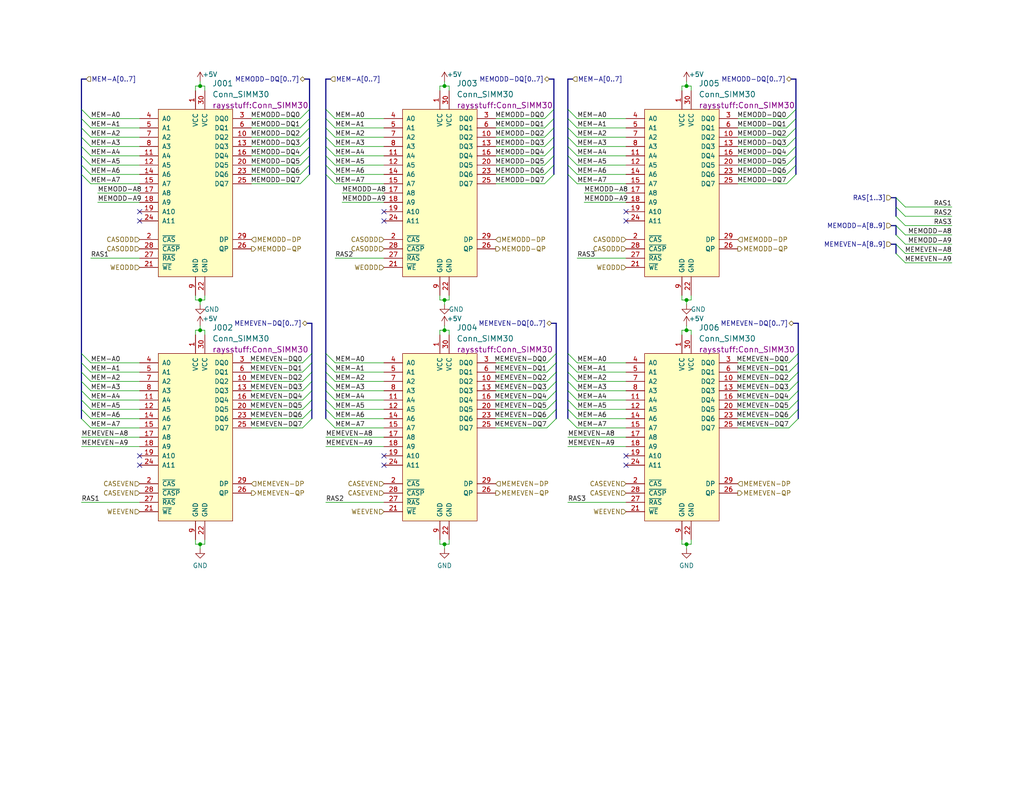
<source format=kicad_sch>
(kicad_sch (version 20211123) (generator eeschema)
  (paper "USLetter")
  (title_block (date "2022-09-01"))
  (lib_symbols
    (symbol "Skiselev:Conn_SIMM30" (pin_names (offset 1.016))
      (property "Reference" "J" (at -10.16 26.67 0))
      (property "Value" "Conn_SIMM30" (at -10.16 24.13 0))
      (symbol "Conn_SIMM30_0_1"
        (rectangle (start -10.16 22.86) (end 10.16 -22.86) (fill (type background)))
      )
      (symbol "Conn_SIMM30_1_1"
        (pin power_in line (at 0 27.94 270) (length 5.08) (name "VCC") (number "1"))
        (pin tri_state line (at 15.24 15.24 180) (length 5.08) (name "DQ2") (number "10"))
        (pin input line (at -15.24 10.16 0) (length 5.08) (name "A4") (number "11"))
        (pin input line (at -15.24 7.62 0) (length 5.08) (name "A5") (number "12"))
        (pin tri_state line (at 15.24 12.7 180) (length 5.08) (name "DQ3") (number "13"))
        (pin input line (at -15.24 5.08 0) (length 5.08) (name "A6") (number "14"))
        (pin input line (at -15.24 2.54 0) (length 5.08) (name "A7") (number "15"))
        (pin tri_state line (at 15.24 10.16 180) (length 5.08) (name "DQ4") (number "16"))
        (pin input line (at -15.24 0 0) (length 5.08) (name "A8") (number "17"))
        (pin input line (at -15.24 -2.54 0) (length 5.08) (name "A9") (number "18"))
        (pin input line (at -15.24 -5.08 0) (length 5.08) (name "A10") (number "19"))
        (pin input line (at -15.24 -12.7 0) (length 5.08) (name "~{CAS}") (number "2"))
        (pin tri_state line (at 15.24 7.62 180) (length 5.08) (name "DQ5") (number "20"))
        (pin input line (at -15.24 -20.32 0) (length 5.08) (name "~{WE}") (number "21"))
        (pin power_in line (at 2.54 -27.94 90) (length 5.08) (name "GND") (number "22"))
        (pin tri_state line (at 15.24 5.08 180) (length 5.08) (name "DQ6") (number "23"))
        (pin input line (at -15.24 -7.62 0) (length 5.08) (name "A11") (number "24"))
        (pin tri_state line (at 15.24 2.54 180) (length 5.08) (name "DQ7") (number "25"))
        (pin tri_state line (at 15.24 -15.24 180) (length 5.08) (name "QP") (number "26"))
        (pin input line (at -15.24 -17.78 0) (length 5.08) (name "~{RAS}") (number "27"))
        (pin input line (at -15.24 -15.24 0) (length 5.08) (name "~{CASP}") (number "28"))
        (pin input line (at 15.24 -12.7 180) (length 5.08) (name "DP") (number "29"))
        (pin tri_state line (at 15.24 20.32 180) (length 5.08) (name "DQ0") (number "3"))
        (pin power_in line (at 2.54 27.94 270) (length 5.08) (name "VCC") (number "30"))
        (pin input line (at -15.24 20.32 0) (length 5.08) (name "A0") (number "4"))
        (pin input line (at -15.24 17.78 0) (length 5.08) (name "A1") (number "5"))
        (pin tri_state line (at 15.24 17.78 180) (length 5.08) (name "DQ1") (number "6"))
        (pin input line (at -15.24 15.24 0) (length 5.08) (name "A2") (number "7"))
        (pin input line (at -15.24 12.7 0) (length 5.08) (name "A3") (number "8"))
        (pin power_in line (at 0 -27.94 90) (length 5.08) (name "GND") (number "9"))
      )
    )
    (symbol "power:+5V" (power) (pin_names (offset 0))
      (property "Value" "+5V" (at 0 3.556 0))
      (symbol "+5V_0_1"
        (polyline (pts (xy -0.762 1.27) (xy 0 2.54)))
        (polyline (pts (xy 0 0) (xy 0 2.54)))
        (polyline (pts (xy 0 2.54) (xy 0.762 1.27)))
      )
      (symbol "+5V_1_1"
        (pin power_in line (at 0 0 90) (length 0) hide (name "+5V") (number "1"))
      )
    )
    (symbol "power:GND" (power) (pin_names (offset 0))
      (property "Value" "GND" (at 0 -3.81 0))
      (symbol "GND_0_1"
        (polyline (pts (xy 0 0) (xy 0 -1.27) (xy 1.27 -1.27) (xy 0 -2.54) (xy -1.27 -1.27) (xy 0 -1.27)))
      )
      (symbol "GND_1_1"
        (pin power_in line (at 0 0 270) (length 0) hide (name "GND") (number "1"))
      )
    )
  )
  (junction (at 54.61 90.17))
  (junction (at 121.285 23.495))
  (junction (at 187.325 148.59))
  (junction (at 121.285 81.915))
  (junction (at 187.325 23.495))
  (junction (at 54.61 148.59))
  (junction (at 121.285 148.59))
  (junction (at 54.61 81.915))
  (junction (at 187.325 90.17))
  (junction (at 121.285 90.17))
  (junction (at 187.325 81.915))
  (junction (at 54.61 23.495))
  (no_connect (at 104.775 124.46))
  (no_connect (at 170.815 57.785))
  (no_connect (at 170.815 60.325))
  (no_connect (at 104.775 127))
  (no_connect (at 38.1 60.325))
  (no_connect (at 104.775 57.785))
  (no_connect (at 38.1 124.46))
  (no_connect (at 38.1 57.785))
  (no_connect (at 38.1 127))
  (no_connect (at 104.775 60.325))
  (no_connect (at 170.815 127))
  (no_connect (at 170.815 124.46))
  (bus_entry (at 244.475 66.675) (size 2.54 2.54))
  (bus_entry (at 217.17 34.925) (size -2.54 2.54))
  (bus_entry (at 151.765 109.22) (size -2.54 2.54))
  (bus_entry (at 22.225 45.085) (size 2.54 2.54))
  (bus_entry (at 22.225 99.06) (size 2.54 2.54))
  (bus_entry (at 85.09 111.76) (size -2.54 2.54))
  (bus_entry (at 154.94 34.925) (size 2.54 2.54))
  (bus_entry (at 85.09 109.22) (size -2.54 2.54))
  (bus_entry (at 22.225 37.465) (size 2.54 2.54))
  (bus_entry (at 22.225 34.925) (size 2.54 2.54))
  (bus_entry (at 88.9 109.22) (size 2.54 2.54))
  (bus_entry (at 217.17 40.005) (size -2.54 2.54))
  (bus_entry (at 151.765 96.52) (size -2.54 2.54))
  (bus_entry (at 244.475 69.215) (size 2.54 2.54))
  (bus_entry (at 217.805 101.6) (size -2.54 2.54))
  (bus_entry (at 217.805 111.76) (size -2.54 2.54))
  (bus_entry (at 88.9 29.845) (size 2.54 2.54))
  (bus_entry (at 151.765 114.3) (size -2.54 2.54))
  (bus_entry (at 154.94 42.545) (size 2.54 2.54))
  (bus_entry (at 88.9 45.085) (size 2.54 2.54))
  (bus_entry (at 244.475 59.055) (size 2.54 2.54))
  (bus_entry (at 85.09 106.68) (size -2.54 2.54))
  (bus_entry (at 154.94 40.005) (size 2.54 2.54))
  (bus_entry (at 151.13 34.925) (size -2.54 2.54))
  (bus_entry (at 22.225 40.005) (size 2.54 2.54))
  (bus_entry (at 154.94 114.3) (size 2.54 2.54))
  (bus_entry (at 88.9 111.76) (size 2.54 2.54))
  (bus_entry (at 88.9 104.14) (size 2.54 2.54))
  (bus_entry (at 84.455 45.085) (size -2.54 2.54))
  (bus_entry (at 88.9 101.6) (size 2.54 2.54))
  (bus_entry (at 22.225 101.6) (size 2.54 2.54))
  (bus_entry (at 85.09 114.3) (size -2.54 2.54))
  (bus_entry (at 151.765 111.76) (size -2.54 2.54))
  (bus_entry (at 217.805 106.68) (size -2.54 2.54))
  (bus_entry (at 154.94 111.76) (size 2.54 2.54))
  (bus_entry (at 85.09 96.52) (size -2.54 2.54))
  (bus_entry (at 84.455 42.545) (size -2.54 2.54))
  (bus_entry (at 22.225 96.52) (size 2.54 2.54))
  (bus_entry (at 244.475 64.135) (size 2.54 2.54))
  (bus_entry (at 217.17 47.625) (size -2.54 2.54))
  (bus_entry (at 151.765 101.6) (size -2.54 2.54))
  (bus_entry (at 154.94 106.68) (size 2.54 2.54))
  (bus_entry (at 88.9 32.385) (size 2.54 2.54))
  (bus_entry (at 88.9 42.545) (size 2.54 2.54))
  (bus_entry (at 22.225 109.22) (size 2.54 2.54))
  (bus_entry (at 151.13 42.545) (size -2.54 2.54))
  (bus_entry (at 154.94 45.085) (size 2.54 2.54))
  (bus_entry (at 84.455 47.625) (size -2.54 2.54))
  (bus_entry (at 84.455 29.845) (size -2.54 2.54))
  (bus_entry (at 22.225 104.14) (size 2.54 2.54))
  (bus_entry (at 154.94 29.845) (size 2.54 2.54))
  (bus_entry (at 85.09 101.6) (size -2.54 2.54))
  (bus_entry (at 22.225 111.76) (size 2.54 2.54))
  (bus_entry (at 217.17 29.845) (size -2.54 2.54))
  (bus_entry (at 88.9 40.005) (size 2.54 2.54))
  (bus_entry (at 84.455 32.385) (size -2.54 2.54))
  (bus_entry (at 84.455 34.925) (size -2.54 2.54))
  (bus_entry (at 88.9 106.68) (size 2.54 2.54))
  (bus_entry (at 151.13 47.625) (size -2.54 2.54))
  (bus_entry (at 154.94 99.06) (size 2.54 2.54))
  (bus_entry (at 244.475 61.595) (size 2.54 2.54))
  (bus_entry (at 88.9 47.625) (size 2.54 2.54))
  (bus_entry (at 22.225 42.545) (size 2.54 2.54))
  (bus_entry (at 85.09 104.14) (size -2.54 2.54))
  (bus_entry (at 151.13 40.005) (size -2.54 2.54))
  (bus_entry (at 154.94 37.465) (size 2.54 2.54))
  (bus_entry (at 244.475 53.975) (size 2.54 2.54))
  (bus_entry (at 151.765 104.14) (size -2.54 2.54))
  (bus_entry (at 151.13 32.385) (size -2.54 2.54))
  (bus_entry (at 217.805 104.14) (size -2.54 2.54))
  (bus_entry (at 22.225 106.68) (size 2.54 2.54))
  (bus_entry (at 22.225 114.3) (size 2.54 2.54))
  (bus_entry (at 154.94 96.52) (size 2.54 2.54))
  (bus_entry (at 22.225 29.845) (size 2.54 2.54))
  (bus_entry (at 88.9 96.52) (size 2.54 2.54))
  (bus_entry (at 154.94 109.22) (size 2.54 2.54))
  (bus_entry (at 151.13 37.465) (size -2.54 2.54))
  (bus_entry (at 85.09 99.06) (size -2.54 2.54))
  (bus_entry (at 88.9 34.925) (size 2.54 2.54))
  (bus_entry (at 84.455 40.005) (size -2.54 2.54))
  (bus_entry (at 217.805 96.52) (size -2.54 2.54))
  (bus_entry (at 154.94 47.625) (size 2.54 2.54))
  (bus_entry (at 244.475 56.515) (size 2.54 2.54))
  (bus_entry (at 151.13 29.845) (size -2.54 2.54))
  (bus_entry (at 217.17 45.085) (size -2.54 2.54))
  (bus_entry (at 154.94 101.6) (size 2.54 2.54))
  (bus_entry (at 154.94 32.385) (size 2.54 2.54))
  (bus_entry (at 22.225 32.385) (size 2.54 2.54))
  (bus_entry (at 217.17 37.465) (size -2.54 2.54))
  (bus_entry (at 217.17 32.385) (size -2.54 2.54))
  (bus_entry (at 88.9 99.06) (size 2.54 2.54))
  (bus_entry (at 217.805 114.3) (size -2.54 2.54))
  (bus_entry (at 217.805 109.22) (size -2.54 2.54))
  (bus_entry (at 151.765 106.68) (size -2.54 2.54))
  (bus_entry (at 84.455 37.465) (size -2.54 2.54))
  (bus_entry (at 154.94 104.14) (size 2.54 2.54))
  (bus_entry (at 88.9 37.465) (size 2.54 2.54))
  (bus_entry (at 22.225 47.625) (size 2.54 2.54))
  (bus_entry (at 88.9 114.3) (size 2.54 2.54))
  (bus_entry (at 151.13 45.085) (size -2.54 2.54))
  (bus_entry (at 217.17 42.545) (size -2.54 2.54))
  (bus_entry (at 217.805 99.06) (size -2.54 2.54))
  (bus_entry (at 151.765 99.06) (size -2.54 2.54))
  (bus (pts (xy 151.765 111.76) (xy 151.765 114.3)))
  (wire (pts (xy 201.295 109.22) (xy 215.265 109.22)))
  (bus (pts (xy 88.9 21.59) (xy 88.9 29.845)))
  (bus (pts (xy 22.225 37.465) (xy 22.225 40.005)))
  (bus (pts (xy 151.13 42.545) (xy 151.13 45.085)))
  (wire (pts (xy 201.295 116.84) (xy 215.265 116.84)))
  (wire (pts (xy 122.555 24.765) (xy 122.555 23.495)))
  (bus (pts (xy 217.805 88.265) (xy 217.805 96.52)))
  (wire (pts (xy 54.61 149.86) (xy 54.61 148.59)))
  (wire (pts (xy 154.94 137.16) (xy 170.815 137.16)))
  (bus (pts (xy 22.225 47.625) (xy 22.225 96.52)))
  (bus (pts (xy 154.94 104.14) (xy 154.94 106.68)))
  (wire (pts (xy 68.58 42.545) (xy 81.915 42.545)))
  (wire (pts (xy 157.48 37.465) (xy 170.815 37.465)))
  (wire (pts (xy 26.67 52.705) (xy 38.1 52.705)))
  (bus (pts (xy 154.94 21.59) (xy 154.94 29.845)))
  (bus (pts (xy 244.475 53.975) (xy 244.475 56.515)))
  (wire (pts (xy 201.295 32.385) (xy 214.63 32.385)))
  (wire (pts (xy 55.88 81.915) (xy 55.88 80.645)))
  (bus (pts (xy 150.495 88.265) (xy 151.765 88.265)))
  (bus (pts (xy 217.805 106.68) (xy 217.805 109.22)))
  (wire (pts (xy 24.765 114.3) (xy 38.1 114.3)))
  (bus (pts (xy 217.17 37.465) (xy 217.17 40.005)))
  (wire (pts (xy 188.595 148.59) (xy 188.595 147.32)))
  (wire (pts (xy 135.255 50.165) (xy 148.59 50.165)))
  (wire (pts (xy 120.015 81.915) (xy 121.285 81.915)))
  (wire (pts (xy 157.48 114.3) (xy 170.815 114.3)))
  (bus (pts (xy 215.9 21.59) (xy 217.17 21.59)))
  (wire (pts (xy 54.61 23.495) (xy 53.34 23.495)))
  (wire (pts (xy 53.34 147.32) (xy 53.34 148.59)))
  (wire (pts (xy 91.44 47.625) (xy 104.775 47.625)))
  (wire (pts (xy 157.48 34.925) (xy 170.815 34.925)))
  (bus (pts (xy 88.9 29.845) (xy 88.9 32.385)))
  (bus (pts (xy 216.535 88.265) (xy 217.805 88.265)))
  (wire (pts (xy 201.295 34.925) (xy 214.63 34.925)))
  (wire (pts (xy 24.765 99.06) (xy 38.1 99.06)))
  (wire (pts (xy 91.44 116.84) (xy 104.775 116.84)))
  (bus (pts (xy 151.765 101.6) (xy 151.765 104.14)))
  (wire (pts (xy 201.295 114.3) (xy 215.265 114.3)))
  (bus (pts (xy 85.09 101.6) (xy 85.09 104.14)))
  (wire (pts (xy 188.595 91.44) (xy 188.595 90.17)))
  (wire (pts (xy 135.255 37.465) (xy 148.59 37.465)))
  (bus (pts (xy 151.765 106.68) (xy 151.765 109.22)))
  (wire (pts (xy 157.48 70.485) (xy 170.815 70.485)))
  (bus (pts (xy 156.21 21.59) (xy 154.94 21.59)))
  (wire (pts (xy 68.58 37.465) (xy 81.915 37.465)))
  (wire (pts (xy 157.48 40.005) (xy 170.815 40.005)))
  (wire (pts (xy 157.48 99.06) (xy 170.815 99.06)))
  (wire (pts (xy 157.48 111.76) (xy 170.815 111.76)))
  (wire (pts (xy 135.255 34.925) (xy 148.59 34.925)))
  (wire (pts (xy 53.34 23.495) (xy 53.34 24.765)))
  (wire (pts (xy 186.055 23.495) (xy 186.055 24.765)))
  (bus (pts (xy 88.9 47.625) (xy 88.9 96.52)))
  (wire (pts (xy 159.385 55.245) (xy 170.815 55.245)))
  (bus (pts (xy 88.9 99.06) (xy 88.9 101.6)))
  (wire (pts (xy 91.44 45.085) (xy 104.775 45.085)))
  (bus (pts (xy 23.495 21.59) (xy 22.225 21.59)))
  (wire (pts (xy 68.58 40.005) (xy 81.915 40.005)))
  (wire (pts (xy 187.325 83.185) (xy 187.325 81.915)))
  (wire (pts (xy 201.295 50.165) (xy 214.63 50.165)))
  (wire (pts (xy 68.58 45.085) (xy 81.915 45.085)))
  (wire (pts (xy 120.015 148.59) (xy 121.285 148.59)))
  (wire (pts (xy 22.225 137.16) (xy 38.1 137.16)))
  (wire (pts (xy 24.765 70.485) (xy 38.1 70.485)))
  (bus (pts (xy 154.94 111.76) (xy 154.94 114.3)))
  (wire (pts (xy 68.58 32.385) (xy 81.915 32.385)))
  (bus (pts (xy 154.94 40.005) (xy 154.94 42.545)))
  (bus (pts (xy 84.455 34.925) (xy 84.455 37.465)))
  (wire (pts (xy 186.055 81.915) (xy 187.325 81.915)))
  (wire (pts (xy 247.015 66.675) (xy 259.715 66.675)))
  (bus (pts (xy 243.205 53.975) (xy 244.475 53.975)))
  (wire (pts (xy 24.765 101.6) (xy 38.1 101.6)))
  (wire (pts (xy 187.325 148.59) (xy 188.595 148.59)))
  (bus (pts (xy 90.17 21.59) (xy 88.9 21.59)))
  (bus (pts (xy 217.17 42.545) (xy 217.17 45.085)))
  (wire (pts (xy 201.295 101.6) (xy 215.265 101.6)))
  (wire (pts (xy 247.015 59.055) (xy 259.715 59.055)))
  (wire (pts (xy 91.44 50.165) (xy 104.775 50.165)))
  (wire (pts (xy 24.765 34.925) (xy 38.1 34.925)))
  (wire (pts (xy 91.44 111.76) (xy 104.775 111.76)))
  (wire (pts (xy 68.58 47.625) (xy 81.915 47.625)))
  (wire (pts (xy 68.58 114.3) (xy 82.55 114.3)))
  (wire (pts (xy 187.325 88.9) (xy 187.325 90.17)))
  (bus (pts (xy 88.9 101.6) (xy 88.9 104.14)))
  (bus (pts (xy 84.455 45.085) (xy 84.455 47.625)))
  (wire (pts (xy 120.015 147.32) (xy 120.015 148.59)))
  (bus (pts (xy 154.94 106.68) (xy 154.94 109.22)))
  (bus (pts (xy 22.225 42.545) (xy 22.225 45.085)))
  (wire (pts (xy 187.325 23.495) (xy 186.055 23.495)))
  (wire (pts (xy 121.285 83.185) (xy 121.285 81.915)))
  (bus (pts (xy 244.475 66.675) (xy 244.475 69.215)))
  (wire (pts (xy 201.295 47.625) (xy 214.63 47.625)))
  (bus (pts (xy 151.765 96.52) (xy 151.765 99.06)))
  (wire (pts (xy 201.295 42.545) (xy 214.63 42.545)))
  (wire (pts (xy 55.88 23.495) (xy 54.61 23.495)))
  (wire (pts (xy 54.61 83.185) (xy 54.61 81.915)))
  (bus (pts (xy 217.17 34.925) (xy 217.17 37.465)))
  (wire (pts (xy 91.44 40.005) (xy 104.775 40.005)))
  (bus (pts (xy 85.09 104.14) (xy 85.09 106.68)))
  (bus (pts (xy 88.9 34.925) (xy 88.9 37.465)))
  (wire (pts (xy 24.765 109.22) (xy 38.1 109.22)))
  (bus (pts (xy 22.225 104.14) (xy 22.225 106.68)))
  (wire (pts (xy 188.595 24.765) (xy 188.595 23.495)))
  (wire (pts (xy 24.765 42.545) (xy 38.1 42.545)))
  (bus (pts (xy 154.94 32.385) (xy 154.94 34.925)))
  (wire (pts (xy 24.765 45.085) (xy 38.1 45.085)))
  (bus (pts (xy 154.94 99.06) (xy 154.94 101.6)))
  (wire (pts (xy 91.44 104.14) (xy 104.775 104.14)))
  (bus (pts (xy 88.9 45.085) (xy 88.9 47.625)))
  (wire (pts (xy 157.48 47.625) (xy 170.815 47.625)))
  (wire (pts (xy 201.295 111.76) (xy 215.265 111.76)))
  (wire (pts (xy 120.015 80.645) (xy 120.015 81.915)))
  (bus (pts (xy 85.09 88.265) (xy 85.09 96.52)))
  (bus (pts (xy 88.9 40.005) (xy 88.9 42.545)))
  (wire (pts (xy 135.255 40.005) (xy 148.59 40.005)))
  (wire (pts (xy 54.61 90.17) (xy 53.34 90.17)))
  (wire (pts (xy 53.34 80.645) (xy 53.34 81.915)))
  (wire (pts (xy 93.345 55.245) (xy 104.775 55.245)))
  (bus (pts (xy 154.94 96.52) (xy 154.94 99.06)))
  (wire (pts (xy 121.285 23.495) (xy 120.015 23.495)))
  (wire (pts (xy 121.285 22.225) (xy 121.285 23.495)))
  (wire (pts (xy 121.285 88.9) (xy 121.285 90.17)))
  (bus (pts (xy 244.475 61.595) (xy 244.475 64.135)))
  (wire (pts (xy 135.255 45.085) (xy 148.59 45.085)))
  (wire (pts (xy 54.61 148.59) (xy 55.88 148.59)))
  (wire (pts (xy 55.88 148.59) (xy 55.88 147.32)))
  (bus (pts (xy 217.805 101.6) (xy 217.805 104.14)))
  (wire (pts (xy 187.325 90.17) (xy 186.055 90.17)))
  (wire (pts (xy 121.285 81.915) (xy 122.555 81.915)))
  (wire (pts (xy 68.58 111.76) (xy 82.55 111.76)))
  (wire (pts (xy 24.765 50.165) (xy 38.1 50.165)))
  (bus (pts (xy 149.86 21.59) (xy 151.13 21.59)))
  (wire (pts (xy 122.555 81.915) (xy 122.555 80.645)))
  (wire (pts (xy 68.58 116.84) (xy 82.55 116.84)))
  (wire (pts (xy 247.015 64.135) (xy 259.715 64.135)))
  (wire (pts (xy 122.555 90.17) (xy 121.285 90.17)))
  (wire (pts (xy 186.055 90.17) (xy 186.055 91.44)))
  (bus (pts (xy 83.82 88.265) (xy 85.09 88.265)))
  (wire (pts (xy 135.255 109.22) (xy 149.225 109.22)))
  (wire (pts (xy 188.595 81.915) (xy 188.595 80.645)))
  (wire (pts (xy 91.44 99.06) (xy 104.775 99.06)))
  (wire (pts (xy 91.44 114.3) (xy 104.775 114.3)))
  (bus (pts (xy 151.765 104.14) (xy 151.765 106.68)))
  (wire (pts (xy 24.765 116.84) (xy 38.1 116.84)))
  (wire (pts (xy 121.285 149.86) (xy 121.285 148.59)))
  (bus (pts (xy 244.475 56.515) (xy 244.475 59.055)))
  (bus (pts (xy 217.17 45.085) (xy 217.17 47.625)))
  (bus (pts (xy 22.225 106.68) (xy 22.225 109.22)))
  (wire (pts (xy 54.61 88.9) (xy 54.61 90.17)))
  (wire (pts (xy 68.58 50.165) (xy 81.915 50.165)))
  (wire (pts (xy 157.48 32.385) (xy 170.815 32.385)))
  (wire (pts (xy 154.94 121.92) (xy 170.815 121.92)))
  (wire (pts (xy 24.765 47.625) (xy 38.1 47.625)))
  (bus (pts (xy 84.455 29.845) (xy 84.455 32.385)))
  (wire (pts (xy 135.255 114.3) (xy 149.225 114.3)))
  (bus (pts (xy 217.17 21.59) (xy 217.17 29.845)))
  (bus (pts (xy 243.205 66.675) (xy 244.475 66.675)))
  (bus (pts (xy 88.9 111.76) (xy 88.9 114.3)))
  (wire (pts (xy 157.48 101.6) (xy 170.815 101.6)))
  (wire (pts (xy 24.765 37.465) (xy 38.1 37.465)))
  (wire (pts (xy 122.555 91.44) (xy 122.555 90.17)))
  (bus (pts (xy 217.17 29.845) (xy 217.17 32.385)))
  (wire (pts (xy 24.765 106.68) (xy 38.1 106.68)))
  (bus (pts (xy 22.225 96.52) (xy 22.225 99.06)))
  (wire (pts (xy 88.9 119.38) (xy 104.775 119.38)))
  (bus (pts (xy 154.94 29.845) (xy 154.94 32.385)))
  (wire (pts (xy 88.9 121.92) (xy 104.775 121.92)))
  (bus (pts (xy 151.13 37.465) (xy 151.13 40.005)))
  (bus (pts (xy 151.13 32.385) (xy 151.13 34.925)))
  (wire (pts (xy 201.295 106.68) (xy 215.265 106.68)))
  (wire (pts (xy 157.48 109.22) (xy 170.815 109.22)))
  (wire (pts (xy 157.48 104.14) (xy 170.815 104.14)))
  (bus (pts (xy 84.455 32.385) (xy 84.455 34.925)))
  (wire (pts (xy 247.015 71.755) (xy 259.715 71.755)))
  (bus (pts (xy 217.805 109.22) (xy 217.805 111.76)))
  (wire (pts (xy 135.255 106.68) (xy 149.225 106.68)))
  (bus (pts (xy 22.225 111.76) (xy 22.225 114.3)))
  (bus (pts (xy 151.13 29.845) (xy 151.13 32.385)))
  (bus (pts (xy 22.225 34.925) (xy 22.225 37.465)))
  (bus (pts (xy 154.94 37.465) (xy 154.94 40.005)))
  (bus (pts (xy 85.09 111.76) (xy 85.09 114.3)))
  (wire (pts (xy 24.765 40.005) (xy 38.1 40.005)))
  (wire (pts (xy 157.48 116.84) (xy 170.815 116.84)))
  (bus (pts (xy 22.225 32.385) (xy 22.225 34.925)))
  (wire (pts (xy 91.44 101.6) (xy 104.775 101.6)))
  (wire (pts (xy 186.055 80.645) (xy 186.055 81.915)))
  (wire (pts (xy 24.765 104.14) (xy 38.1 104.14)))
  (wire (pts (xy 135.255 99.06) (xy 149.225 99.06)))
  (bus (pts (xy 217.17 40.005) (xy 217.17 42.545)))
  (bus (pts (xy 88.9 96.52) (xy 88.9 99.06)))
  (wire (pts (xy 187.325 149.86) (xy 187.325 148.59)))
  (wire (pts (xy 247.015 69.215) (xy 259.715 69.215)))
  (bus (pts (xy 22.225 29.845) (xy 22.225 32.385)))
  (wire (pts (xy 122.555 23.495) (xy 121.285 23.495)))
  (bus (pts (xy 85.09 106.68) (xy 85.09 109.22)))
  (bus (pts (xy 83.185 21.59) (xy 84.455 21.59)))
  (wire (pts (xy 93.345 52.705) (xy 104.775 52.705)))
  (wire (pts (xy 55.88 90.17) (xy 54.61 90.17)))
  (wire (pts (xy 201.295 37.465) (xy 214.63 37.465)))
  (bus (pts (xy 151.765 88.265) (xy 151.765 96.52)))
  (wire (pts (xy 122.555 148.59) (xy 122.555 147.32)))
  (wire (pts (xy 201.295 99.06) (xy 215.265 99.06)))
  (bus (pts (xy 22.225 101.6) (xy 22.225 104.14)))
  (bus (pts (xy 217.805 99.06) (xy 217.805 101.6)))
  (bus (pts (xy 154.94 42.545) (xy 154.94 45.085)))
  (bus (pts (xy 22.225 45.085) (xy 22.225 47.625)))
  (bus (pts (xy 88.9 42.545) (xy 88.9 45.085)))
  (bus (pts (xy 151.13 34.925) (xy 151.13 37.465)))
  (wire (pts (xy 26.67 55.245) (xy 38.1 55.245)))
  (bus (pts (xy 154.94 34.925) (xy 154.94 37.465)))
  (wire (pts (xy 201.295 104.14) (xy 215.265 104.14)))
  (bus (pts (xy 22.225 99.06) (xy 22.225 101.6)))
  (wire (pts (xy 54.61 81.915) (xy 55.88 81.915)))
  (wire (pts (xy 91.44 106.68) (xy 104.775 106.68)))
  (bus (pts (xy 243.205 61.595) (xy 244.475 61.595)))
  (wire (pts (xy 68.58 106.68) (xy 82.55 106.68)))
  (wire (pts (xy 135.255 111.76) (xy 149.225 111.76)))
  (wire (pts (xy 91.44 32.385) (xy 104.775 32.385)))
  (wire (pts (xy 135.255 32.385) (xy 148.59 32.385)))
  (bus (pts (xy 88.9 104.14) (xy 88.9 106.68)))
  (wire (pts (xy 120.015 90.17) (xy 120.015 91.44)))
  (wire (pts (xy 135.255 42.545) (xy 148.59 42.545)))
  (wire (pts (xy 24.765 32.385) (xy 38.1 32.385)))
  (wire (pts (xy 88.9 137.16) (xy 104.775 137.16)))
  (wire (pts (xy 22.225 121.92) (xy 38.1 121.92)))
  (wire (pts (xy 135.255 47.625) (xy 148.59 47.625)))
  (wire (pts (xy 157.48 45.085) (xy 170.815 45.085)))
  (wire (pts (xy 188.595 90.17) (xy 187.325 90.17)))
  (bus (pts (xy 85.09 99.06) (xy 85.09 101.6)))
  (wire (pts (xy 201.295 45.085) (xy 214.63 45.085)))
  (wire (pts (xy 55.88 91.44) (xy 55.88 90.17)))
  (wire (pts (xy 24.765 111.76) (xy 38.1 111.76)))
  (wire (pts (xy 54.61 22.225) (xy 54.61 23.495)))
  (wire (pts (xy 91.44 109.22) (xy 104.775 109.22)))
  (wire (pts (xy 188.595 23.495) (xy 187.325 23.495)))
  (bus (pts (xy 84.455 21.59) (xy 84.455 29.845)))
  (wire (pts (xy 157.48 106.68) (xy 170.815 106.68)))
  (wire (pts (xy 247.015 61.595) (xy 259.715 61.595)))
  (bus (pts (xy 154.94 101.6) (xy 154.94 104.14)))
  (wire (pts (xy 187.325 22.225) (xy 187.325 23.495)))
  (wire (pts (xy 186.055 147.32) (xy 186.055 148.59)))
  (wire (pts (xy 135.255 116.84) (xy 149.225 116.84)))
  (wire (pts (xy 68.58 109.22) (xy 82.55 109.22)))
  (wire (pts (xy 154.94 119.38) (xy 170.815 119.38)))
  (wire (pts (xy 121.285 148.59) (xy 122.555 148.59)))
  (wire (pts (xy 68.58 104.14) (xy 82.55 104.14)))
  (bus (pts (xy 84.455 42.545) (xy 84.455 45.085)))
  (wire (pts (xy 91.44 42.545) (xy 104.775 42.545)))
  (wire (pts (xy 247.015 56.515) (xy 259.715 56.515)))
  (wire (pts (xy 157.48 42.545) (xy 170.815 42.545)))
  (bus (pts (xy 88.9 109.22) (xy 88.9 111.76)))
  (bus (pts (xy 151.13 21.59) (xy 151.13 29.845)))
  (bus (pts (xy 84.455 37.465) (xy 84.455 40.005)))
  (bus (pts (xy 85.09 109.22) (xy 85.09 111.76)))
  (wire (pts (xy 186.055 148.59) (xy 187.325 148.59)))
  (wire (pts (xy 68.58 99.06) (xy 82.55 99.06)))
  (bus (pts (xy 151.13 40.005) (xy 151.13 42.545)))
  (wire (pts (xy 68.58 101.6) (xy 82.55 101.6)))
  (wire (pts (xy 135.255 104.14) (xy 149.225 104.14)))
  (wire (pts (xy 91.44 37.465) (xy 104.775 37.465)))
  (bus (pts (xy 151.765 99.06) (xy 151.765 101.6)))
  (wire (pts (xy 55.88 24.765) (xy 55.88 23.495)))
  (bus (pts (xy 217.805 104.14) (xy 217.805 106.68)))
  (bus (pts (xy 151.13 45.085) (xy 151.13 47.625)))
  (bus (pts (xy 22.225 40.005) (xy 22.225 42.545)))
  (bus (pts (xy 22.225 109.22) (xy 22.225 111.76)))
  (wire (pts (xy 135.255 101.6) (xy 149.225 101.6)))
  (bus (pts (xy 217.805 111.76) (xy 217.805 114.3)))
  (bus (pts (xy 88.9 32.385) (xy 88.9 34.925)))
  (wire (pts (xy 91.44 34.925) (xy 104.775 34.925)))
  (wire (pts (xy 187.325 81.915) (xy 188.595 81.915)))
  (wire (pts (xy 120.015 23.495) (xy 120.015 24.765)))
  (wire (pts (xy 68.58 34.925) (xy 81.915 34.925)))
  (bus (pts (xy 88.9 106.68) (xy 88.9 109.22)))
  (wire (pts (xy 201.295 40.005) (xy 214.63 40.005)))
  (bus (pts (xy 154.94 47.625) (xy 154.94 96.52)))
  (bus (pts (xy 151.765 109.22) (xy 151.765 111.76)))
  (wire (pts (xy 91.44 70.485) (xy 104.775 70.485)))
  (wire (pts (xy 157.48 50.165) (xy 170.815 50.165)))
  (bus (pts (xy 154.94 45.085) (xy 154.94 47.625)))
  (wire (pts (xy 121.285 90.17) (xy 120.015 90.17)))
  (bus (pts (xy 154.94 109.22) (xy 154.94 111.76)))
  (wire (pts (xy 53.34 81.915) (xy 54.61 81.915)))
  (wire (pts (xy 53.34 148.59) (xy 54.61 148.59)))
  (bus (pts (xy 84.455 40.005) (xy 84.455 42.545)))
  (wire (pts (xy 22.225 119.38) (xy 38.1 119.38)))
  (wire (pts (xy 53.34 90.17) (xy 53.34 91.44)))
  (wire (pts (xy 159.385 52.705) (xy 170.815 52.705)))
  (bus (pts (xy 85.09 96.52) (xy 85.09 99.06)))
  (bus (pts (xy 22.225 21.59) (xy 22.225 29.845)))
  (bus (pts (xy 217.17 32.385) (xy 217.17 34.925)))
  (bus (pts (xy 88.9 37.465) (xy 88.9 40.005)))
  (bus (pts (xy 217.805 96.52) (xy 217.805 99.06)))
  (label "MEMODD-A8" (at 26.67 52.705 0))
  (label "MEM-A6" (at 91.44 114.3 0))
  (label "RAS2" (at 88.9 137.16 0))
  (label "MEM-A2" (at 157.48 37.465 0))
  (label "MEMEVEN-DQ0" (at 149.225 99.06 180))
  (label "MEMEVEN-DQ1" (at 149.225 101.6 180))
  (label "MEMODD-DQ0" (at 214.63 32.385 180))
  (label "MEMODD-A8" (at 93.345 52.705 0))
  (label "MEM-A4" (at 91.44 42.545 0))
  (label "MEMODD-DQ6" (at 214.63 47.625 180))
  (label "MEMODD-DQ6" (at 148.59 47.625 180))
  (label "MEMODD-DQ7" (at 81.915 50.165 180))
  (label "MEM-A1" (at 91.44 101.6 0))
  (label "MEM-A1" (at 157.48 101.6 0))
  (label "MEMODD-DQ3" (at 148.59 40.005 180))
  (label "MEMODD-DQ1" (at 148.59 34.925 180))
  (label "MEM-A3" (at 91.44 106.68 0))
  (label "MEMODD-DQ6" (at 81.915 47.625 180))
  (label "MEM-A7" (at 24.765 50.165 0))
  (label "MEMEVEN-A9" (at 154.94 121.92 0))
  (label "MEMEVEN-A9" (at 259.715 71.755 180))
  (label "MEMODD-A8" (at 159.385 52.705 0))
  (label "MEMEVEN-DQ4" (at 82.55 109.22 180))
  (label "MEM-A4" (at 91.44 109.22 0))
  (label "RAS1" (at 259.715 56.515 180))
  (label "MEM-A0" (at 24.765 32.385 0))
  (label "MEM-A3" (at 91.44 40.005 0))
  (label "MEMEVEN-A9" (at 22.225 121.92 0))
  (label "MEMEVEN-DQ0" (at 215.265 99.06 180))
  (label "MEMODD-A8" (at 259.715 64.135 180))
  (label "MEM-A5" (at 91.44 45.085 0))
  (label "MEMODD-DQ5" (at 81.915 45.085 180))
  (label "MEM-A4" (at 24.765 42.545 0))
  (label "MEMEVEN-DQ6" (at 149.225 114.3 180))
  (label "RAS1" (at 22.225 137.16 0))
  (label "MEM-A4" (at 157.48 109.22 0))
  (label "MEM-A6" (at 24.765 47.625 0))
  (label "MEM-A6" (at 91.44 47.625 0))
  (label "MEM-A2" (at 91.44 104.14 0))
  (label "MEM-A7" (at 24.765 116.84 0))
  (label "MEMEVEN-A9" (at 88.9 121.92 0))
  (label "MEM-A5" (at 157.48 111.76 0))
  (label "MEMODD-DQ4" (at 148.59 42.545 180))
  (label "MEMODD-DQ3" (at 214.63 40.005 180))
  (label "MEMODD-DQ1" (at 214.63 34.925 180))
  (label "MEM-A5" (at 157.48 45.085 0))
  (label "MEM-A2" (at 24.765 37.465 0))
  (label "MEMEVEN-DQ2" (at 82.55 104.14 180))
  (label "MEM-A3" (at 157.48 106.68 0))
  (label "MEM-A0" (at 91.44 32.385 0))
  (label "MEMODD-DQ1" (at 81.915 34.925 180))
  (label "MEMEVEN-DQ5" (at 215.265 111.76 180))
  (label "MEM-A7" (at 91.44 116.84 0))
  (label "MEM-A6" (at 157.48 114.3 0))
  (label "MEM-A0" (at 91.44 99.06 0))
  (label "MEM-A3" (at 24.765 40.005 0))
  (label "RAS2" (at 259.715 59.055 180))
  (label "MEM-A5" (at 91.44 111.76 0))
  (label "MEMODD-DQ7" (at 214.63 50.165 180))
  (label "MEMODD-DQ2" (at 148.59 37.465 180))
  (label "MEMODD-A9" (at 26.67 55.245 0))
  (label "MEMODD-DQ2" (at 214.63 37.465 180))
  (label "MEM-A4" (at 24.765 109.22 0))
  (label "MEMODD-DQ4" (at 214.63 42.545 180))
  (label "MEMEVEN-DQ2" (at 149.225 104.14 180))
  (label "MEM-A7" (at 157.48 50.165 0))
  (label "MEMEVEN-DQ7" (at 149.225 116.84 180))
  (label "MEM-A1" (at 24.765 34.925 0))
  (label "RAS1" (at 24.765 70.485 0))
  (label "MEM-A7" (at 91.44 50.165 0))
  (label "MEMEVEN-DQ2" (at 215.265 104.14 180))
  (label "MEMEVEN-DQ5" (at 82.55 111.76 180))
  (label "MEM-A2" (at 24.765 104.14 0))
  (label "MEMEVEN-A8" (at 22.225 119.38 0))
  (label "MEM-A5" (at 24.765 45.085 0))
  (label "MEMODD-DQ4" (at 81.915 42.545 180))
  (label "MEM-A0" (at 24.765 99.06 0))
  (label "MEM-A2" (at 91.44 37.465 0))
  (label "MEM-A5" (at 24.765 111.76 0))
  (label "MEMEVEN-DQ1" (at 82.55 101.6 180))
  (label "RAS3" (at 259.715 61.595 180))
  (label "MEMEVEN-DQ6" (at 215.265 114.3 180))
  (label "MEMEVEN-A8" (at 154.94 119.38 0))
  (label "MEMEVEN-DQ3" (at 82.55 106.68 180))
  (label "MEM-A3" (at 157.48 40.005 0))
  (label "MEMEVEN-DQ3" (at 215.265 106.68 180))
  (label "RAS2" (at 91.44 70.485 0))
  (label "MEM-A1" (at 91.44 34.925 0))
  (label "MEM-A4" (at 157.48 42.545 0))
  (label "MEM-A3" (at 24.765 106.68 0))
  (label "MEM-A7" (at 157.48 116.84 0))
  (label "MEMEVEN-DQ0" (at 82.55 99.06 180))
  (label "MEMODD-DQ0" (at 81.915 32.385 180))
  (label "MEMEVEN-DQ7" (at 215.265 116.84 180))
  (label "MEMEVEN-DQ7" (at 82.55 116.84 180))
  (label "MEMODD-A9" (at 93.345 55.245 0))
  (label "MEM-A0" (at 157.48 32.385 0))
  (label "MEM-A1" (at 24.765 101.6 0))
  (label "MEMEVEN-DQ3" (at 149.225 106.68 180))
  (label "MEM-A6" (at 24.765 114.3 0))
  (label "MEMEVEN-DQ1" (at 215.265 101.6 180))
  (label "MEMEVEN-A8" (at 259.715 69.215 180))
  (label "MEMEVEN-DQ5" (at 149.225 111.76 180))
  (label "RAS3" (at 154.94 137.16 0))
  (label "MEMODD-A9" (at 159.385 55.245 0))
  (label "MEMODD-DQ5" (at 148.59 45.085 180))
  (label "MEMODD-DQ3" (at 81.915 40.005 180))
  (label "MEM-A0" (at 157.48 99.06 0))
  (label "MEMEVEN-DQ4" (at 215.265 109.22 180))
  (label "MEM-A6" (at 157.48 47.625 0))
  (label "MEMODD-DQ5" (at 214.63 45.085 180))
  (label "MEMEVEN-DQ4" (at 149.225 109.22 180))
  (label "MEMODD-DQ7" (at 148.59 50.165 180))
  (label "MEMEVEN-A8" (at 88.9 119.38 0))
  (label "MEMODD-DQ2" (at 81.915 37.465 180))
  (label "MEMEVEN-DQ6" (at 82.55 114.3 180))
  (label "MEMODD-DQ0" (at 148.59 32.385 180))
  (label "MEM-A2" (at 157.48 104.14 0))
  (label "MEM-A1" (at 157.48 34.925 0))
  (label "MEMODD-A9" (at 259.715 66.675 180))
  (label "RAS3" (at 157.48 70.485 0))
  (hierarchical_label "RAS[1..3]" (shape input) (at 243.205 53.975 180))
  (hierarchical_label "MEMEVEN-DQ[0..7]" (shape bidirectional) (at 216.535 88.265 180))
  (hierarchical_label "MEMEVEN-DP" (shape input) (at 135.255 132.08 0))
  (hierarchical_label "MEMEVEN-DP" (shape input) (at 68.58 132.08 0))
  (hierarchical_label "MEMODD-DQ[0..7]" (shape bidirectional) (at 83.185 21.59 180))
  (hierarchical_label "MEMODD-DP" (shape input) (at 68.58 65.405 0))
  (hierarchical_label "MEMODD-DP" (shape input) (at 201.295 65.405 0))
  (hierarchical_label "WEEVEN" (shape input) (at 38.1 139.7 180))
  (hierarchical_label "MEM-A[0..7]" (shape input) (at 90.17 21.59 0))
  (hierarchical_label "WEEVEN" (shape input) (at 104.775 139.7 180))
  (hierarchical_label "CASEVEN" (shape input) (at 104.775 134.62 180))
  (hierarchical_label "CASEVEN" (shape input) (at 38.1 132.08 180))
  (hierarchical_label "CASODD" (shape input) (at 170.815 65.405 180))
  (hierarchical_label "MEMODD-QP" (shape output) (at 201.295 67.945 0))
  (hierarchical_label "MEM-A[0..7]" (shape input) (at 156.21 21.59 0))
  (hierarchical_label "MEMODD-QP" (shape output) (at 135.255 67.945 0))
  (hierarchical_label "CASODD" (shape input) (at 104.775 65.405 180))
  (hierarchical_label "WEEVEN" (shape input) (at 170.815 139.7 180))
  (hierarchical_label "MEMEVEN-QP" (shape output) (at 201.295 134.62 0))
  (hierarchical_label "MEM-A[0..7]" (shape input) (at 23.495 21.59 0))
  (hierarchical_label "WEODD" (shape input) (at 170.815 73.025 180))
  (hierarchical_label "MEMEVEN-QP" (shape output) (at 68.58 134.62 0))
  (hierarchical_label "CASEVEN" (shape input) (at 104.775 132.08 180))
  (hierarchical_label "MEMODD-DQ[0..7]" (shape bidirectional) (at 149.86 21.59 180))
  (hierarchical_label "WEODD" (shape input) (at 104.775 73.025 180))
  (hierarchical_label "WEODD" (shape input) (at 38.1 73.025 180))
  (hierarchical_label "CASODD" (shape input) (at 38.1 65.405 180))
  (hierarchical_label "MEMEVEN-A[8..9]" (shape input) (at 243.205 66.675 180))
  (hierarchical_label "CASEVEN" (shape input) (at 170.815 132.08 180))
  (hierarchical_label "MEMEVEN-DQ[0..7]" (shape bidirectional) (at 83.82 88.265 180))
  (hierarchical_label "MEMEVEN-DQ[0..7]" (shape bidirectional) (at 150.495 88.265 180))
  (hierarchical_label "MEMODD-QP" (shape output) (at 68.58 67.945 0))
  (hierarchical_label "MEMODD-A[8..9]" (shape input) (at 243.205 61.595 180))
  (hierarchical_label "CASODD" (shape input) (at 104.775 67.945 180))
  (hierarchical_label "CASEVEN" (shape input) (at 170.815 134.62 180))
  (hierarchical_label "MEMEVEN-QP" (shape output) (at 135.255 134.62 0))
  (hierarchical_label "MEMODD-DP" (shape input) (at 135.255 65.405 0))
  (hierarchical_label "CASEVEN" (shape input) (at 38.1 134.62 180))
  (hierarchical_label "MEMEVEN-DP" (shape input) (at 201.295 132.08 0))
  (hierarchical_label "CASODD" (shape input) (at 170.815 67.945 180))
  (hierarchical_label "CASODD" (shape input) (at 38.1 67.945 180))
  (hierarchical_label "MEMODD-DQ[0..7]" (shape bidirectional) (at 215.9 21.59 180))
  (symbol (lib_id "power:+5V") (at 121.285 88.9 0) (unit 1)
    (property "Reference" "#PWR0151" (effects hide))
    (property "Value" "+5V" (at 121.92 86.995 0) (effects (justify left)))
  )
  (symbol (lib_id "power:GND") (at 187.325 149.86 0) (unit 1)
    (property "Reference" "#PWR0154" (effects hide))
    (property "Value" "GND" (at 187.325 154.4225 0))
  )
  (symbol (lib_id "power:+5V") (at 187.325 22.225 0) (unit 1)
    (property "Reference" "#PWR0155" (effects hide))
    (property "Value" "+5V" (at 187.96 20.32 0) (effects (justify left)))
  )
  (symbol (lib_id "Skiselev:Conn_SIMM30") (at 186.055 52.705 0) (unit 1)
    (property "Reference" "J005" (at 190.6144 22.7675 0) (effects (font (size 1.524 1.524)) (justify left)))
    (property "Value" "Conn_SIMM30" (at 190.6144 25.7609 0) (effects (font (size 1.524 1.524)) (justify left)))
    (property "Footprint" "raysstuff:Conn_SIMM30" (at 190.6144 28.7543 0) (effects (font (size 1.524 1.524)) (justify left)))
  )
  (symbol (lib_id "Skiselev:Conn_SIMM30") (at 186.055 119.38 0) (unit 1)
    (property "Reference" "J006" (at 190.6144 89.4425 0) (effects (font (size 1.524 1.524)) (justify left)))
    (property "Value" "Conn_SIMM30" (at 190.6144 92.4359 0) (effects (font (size 1.524 1.524)) (justify left)))
    (property "Footprint" "raysstuff:Conn_SIMM30" (at 190.6144 95.4293 0) (effects (font (size 1.524 1.524)) (justify left)))
  )
  (symbol (lib_id "power:GND") (at 121.285 83.185 0) (unit 1)
    (property "Reference" "#PWR0150" (effects hide))
    (property "Value" "GND" (at 124.46 84.455 0))
  )
  (symbol (lib_id "Skiselev:Conn_SIMM30") (at 120.015 119.38 0) (unit 1)
    (property "Reference" "J004" (at 124.5744 89.4425 0) (effects (font (size 1.524 1.524)) (justify left)))
    (property "Value" "Conn_SIMM30" (at 124.5744 92.4359 0) (effects (font (size 1.524 1.524)) (justify left)))
    (property "Footprint" "raysstuff:Conn_SIMM30" (at 124.5744 95.4293 0) (effects (font (size 1.524 1.524)) (justify left)))
  )
  (symbol (lib_id "power:+5V") (at 187.325 88.9 0) (unit 1)
    (property "Reference" "#PWR0157" (effects hide))
    (property "Value" "+5V" (at 187.96 86.995 0) (effects (justify left)))
  )
  (symbol (lib_id "power:GND") (at 187.325 83.185 0) (unit 1)
    (property "Reference" "#PWR0156" (effects hide))
    (property "Value" "GND" (at 190.5 84.455 0))
  )
  (symbol (lib_id "power:GND") (at 121.285 149.86 0) (unit 1)
    (property "Reference" "#PWR0153" (effects hide))
    (property "Value" "GND" (at 121.285 154.4225 0))
  )
  (symbol (lib_id "power:+5V") (at 54.61 22.225 0) (unit 1)
    (property "Reference" "#PWR0146" (effects hide))
    (property "Value" "+5V" (at 55.245 20.32 0) (effects (justify left)))
  )
  (symbol (lib_id "Skiselev:Conn_SIMM30") (at 120.015 52.705 0) (unit 1)
    (property "Reference" "J003" (at 124.5744 22.7675 0) (effects (font (size 1.524 1.524)) (justify left)))
    (property "Value" "Conn_SIMM30" (at 124.5744 25.7609 0) (effects (font (size 1.524 1.524)) (justify left)))
    (property "Footprint" "raysstuff:Conn_SIMM30" (at 124.5744 28.7543 0) (effects (font (size 1.524 1.524)) (justify left)))
  )
  (symbol (lib_id "power:GND") (at 54.61 83.185 0) (unit 1)
    (property "Reference" "#PWR0147" (effects hide))
    (property "Value" "GND" (at 57.785 84.455 0))
  )
  (symbol (lib_id "power:+5V") (at 54.61 88.9 0) (unit 1)
    (property "Reference" "#PWR0148" (effects hide))
    (property "Value" "+5V" (at 55.245 86.995 0) (effects (justify left)))
  )
  (symbol (lib_id "Skiselev:Conn_SIMM30") (at 53.34 52.705 0) (unit 1)
    (property "Reference" "J001" (at 57.8994 22.7675 0) (effects (font (size 1.524 1.524)) (justify left)))
    (property "Value" "Conn_SIMM30" (at 57.8994 25.7609 0) (effects (font (size 1.524 1.524)) (justify left)))
    (property "Footprint" "raysstuff:Conn_SIMM30" (at 57.8994 28.7543 0) (effects (font (size 1.524 1.524)) (justify left)))
  )
  (symbol (lib_id "power:GND") (at 54.61 149.86 0) (unit 1)
    (property "Reference" "#PWR0152" (effects hide))
    (property "Value" "GND" (at 54.61 154.4225 0))
  )
  (symbol (lib_id "power:+5V") (at 121.285 22.225 0) (unit 1)
    (property "Reference" "#PWR0149" (effects hide))
    (property "Value" "+5V" (at 121.92 20.32 0) (effects (justify left)))
  )
  (symbol (lib_id "Skiselev:Conn_SIMM30") (at 53.34 119.38 0) (unit 1)
    (property "Reference" "J002" (at 57.8994 89.4425 0) (effects (font (size 1.524 1.524)) (justify left)))
    (property "Value" "Conn_SIMM30" (at 57.8994 92.4359 0) (effects (font (size 1.524 1.524)) (justify left)))
    (property "Footprint" "raysstuff:Conn_SIMM30" (at 57.8994 95.4293 0) (effects (font (size 1.524 1.524)) (justify left)))
  )
)
</source>
